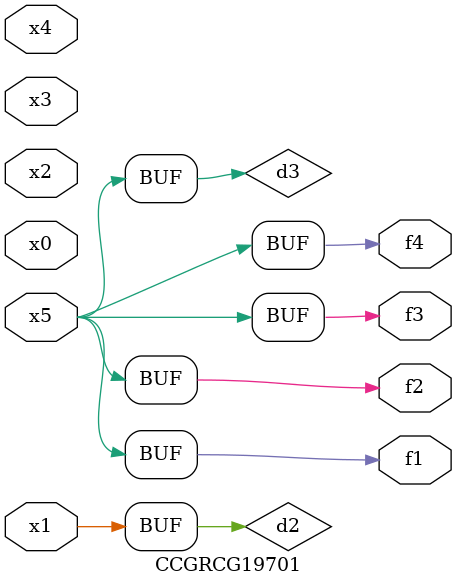
<source format=v>
module CCGRCG19701(
	input x0, x1, x2, x3, x4, x5,
	output f1, f2, f3, f4
);

	wire d1, d2, d3;

	not (d1, x5);
	or (d2, x1);
	xnor (d3, d1);
	assign f1 = d3;
	assign f2 = d3;
	assign f3 = d3;
	assign f4 = d3;
endmodule

</source>
